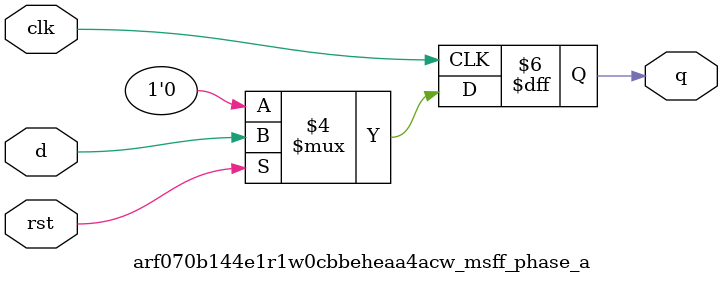
<source format=sv>
`ifndef ARF070B144E1R1W0CBBEHEAA4ACW_MSFF_PHASE_A_SV
`define ARF070B144E1R1W0CBBEHEAA4ACW_MSFF_PHASE_A_SV

module arf070b144e1r1w0cbbeheaa4acw_msff_phase_a #
(
  parameter DWIDTH = 1
)
(
  input  logic [DWIDTH-1:0] d,
  input  logic clk,
  input  logic rst,
  output logic [DWIDTH-1:0] q
);

always_ff @ (posedge clk) begin
  if (~rst) begin
    q <= '0;
  end
  else begin
    q <= d;
  end
end

endmodule // arf070b144e1r1w0cbbeheaa4acw_msff_phase_a

`endif // ARF070B144E1R1W0CBBEHEAA4ACW_MSFF_PHASE_A_SV
</source>
